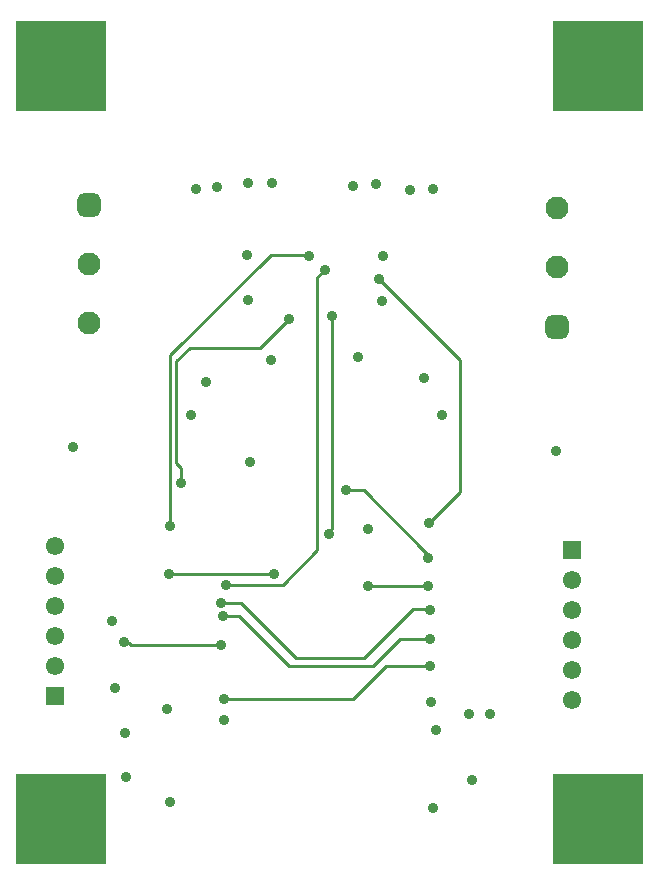
<source format=gbl>
G04*
G04 #@! TF.GenerationSoftware,Altium Limited,Altium Designer,24.9.1 (31)*
G04*
G04 Layer_Physical_Order=4*
G04 Layer_Color=16711680*
%FSLAX44Y44*%
%MOMM*%
G71*
G04*
G04 #@! TF.SameCoordinates,B23FE003-D99D-4249-9A33-D1736BEC5A34*
G04*
G04*
G04 #@! TF.FilePolarity,Positive*
G04*
G01*
G75*
%ADD34C,0.2540*%
%ADD35R,7.6200X7.6200*%
%ADD36C,1.9500*%
G04:AMPARAMS|DCode=37|XSize=1.95mm|YSize=1.95mm|CornerRadius=0.4875mm|HoleSize=0mm|Usage=FLASHONLY|Rotation=270.000|XOffset=0mm|YOffset=0mm|HoleType=Round|Shape=RoundedRectangle|*
%AMROUNDEDRECTD37*
21,1,1.9500,0.9750,0,0,270.0*
21,1,0.9750,1.9500,0,0,270.0*
1,1,0.9750,-0.4875,-0.4875*
1,1,0.9750,-0.4875,0.4875*
1,1,0.9750,0.4875,0.4875*
1,1,0.9750,0.4875,-0.4875*
%
%ADD37ROUNDEDRECTD37*%
%ADD38R,1.5500X1.5500*%
%ADD39C,1.5500*%
%ADD40C,0.8890*%
D34*
X223520Y212090D02*
X237490D01*
X222250D02*
X223520D01*
X195580Y439420D02*
X255270D01*
X279550Y463700D01*
X361950Y170180D02*
X398780D01*
X334010Y142240D02*
X361950Y170180D01*
X373380Y193040D02*
X398780D01*
X398780Y193040D01*
X397565Y218385D02*
X398780Y217170D01*
X394117Y218440D02*
X394172Y218385D01*
X397565D01*
X384810Y218440D02*
X394117D01*
X342900Y176530D02*
X384810Y218440D01*
X346710Y237490D02*
X397510D01*
X395483Y265365D02*
X397510Y263338D01*
Y261620D02*
Y263338D01*
X395483Y265365D02*
Y266187D01*
X342900Y318770D02*
X395483Y266187D01*
X177800Y247650D02*
X266700D01*
X224790Y142240D02*
X334010D01*
X237490Y212090D02*
X279400Y170180D01*
X350520D01*
X373380Y193040D01*
X224790Y223520D02*
X238760D01*
X285750Y176530D01*
X342900D01*
X327660Y318770D02*
X342900D01*
X140915Y189285D02*
X144352D01*
X145677Y187960D02*
X222224D01*
X139700Y190500D02*
X140915Y189285D01*
X144352D02*
X145677Y187960D01*
X398145Y291465D02*
X424180Y317500D01*
Y429260D01*
X355600Y497840D02*
X424180Y429260D01*
X313690Y281940D02*
Y283658D01*
X316230Y286198D02*
Y466398D01*
X313690Y283658D02*
X316230Y286198D01*
X226060Y238760D02*
X274320D01*
X303530Y267970D01*
Y499110D01*
X309880Y505460D01*
X187960Y325120D02*
Y337820D01*
X184150Y341630D02*
Y427990D01*
Y341630D02*
X187960Y337820D01*
X184150Y427990D02*
X195580Y439420D01*
X179070Y289122D02*
Y433070D01*
X264160Y518160D01*
X295910D01*
D35*
X86360Y678180D02*
D03*
Y40640D02*
D03*
X541020Y678180D02*
D03*
X541020Y40640D02*
D03*
D36*
X110570Y460543D02*
D03*
X110570Y510542D02*
D03*
X506730Y557530D02*
D03*
X506730Y507530D02*
D03*
D37*
X110570Y560542D02*
D03*
X506730Y457530D02*
D03*
D38*
X81280Y144780D02*
D03*
X519430Y267970D02*
D03*
D39*
X81280Y170180D02*
D03*
Y195580D02*
D03*
Y220980D02*
D03*
Y246380D02*
D03*
Y271780D02*
D03*
X519430Y242570D02*
D03*
Y217170D02*
D03*
Y191770D02*
D03*
Y166370D02*
D03*
Y140970D02*
D03*
D40*
X403860Y115570D02*
D03*
X132080Y151130D02*
D03*
X408940Y382270D02*
D03*
X346710Y285750D02*
D03*
X398780Y170180D02*
D03*
Y193040D02*
D03*
Y217170D02*
D03*
X397510Y237490D02*
D03*
Y261620D02*
D03*
X346710Y237490D02*
D03*
X266700Y247650D02*
D03*
X177800D02*
D03*
X223520Y212090D02*
D03*
X222250Y223520D02*
D03*
X224790Y142240D02*
D03*
X327660Y318770D02*
D03*
X337820Y431800D02*
D03*
X264160Y429260D02*
D03*
X400050Y139700D02*
D03*
X224790Y124460D02*
D03*
X296237Y517610D02*
D03*
X279400Y463550D02*
D03*
X222224Y187960D02*
D03*
X139700Y190500D02*
D03*
X398145Y291465D02*
D03*
X355600Y497840D02*
D03*
X316230Y466398D02*
D03*
X313690Y281940D02*
D03*
X226060Y238760D02*
D03*
X309880Y505460D02*
D03*
X187960Y325120D02*
D03*
X179070Y288290D02*
D03*
X129540Y208280D02*
D03*
X431800Y129540D02*
D03*
X449580D02*
D03*
X401320Y49530D02*
D03*
X179070Y54610D02*
D03*
X141654Y76008D02*
D03*
X140970Y113030D02*
D03*
X176530Y133350D02*
D03*
X434340Y73660D02*
D03*
X246380Y342900D02*
D03*
X96520Y355600D02*
D03*
X505460Y351790D02*
D03*
X393700Y414020D02*
D03*
X196850Y382270D02*
D03*
X209550Y410210D02*
D03*
X382270Y572770D02*
D03*
X358140Y478790D02*
D03*
X359410Y516890D02*
D03*
X245110Y480060D02*
D03*
X243840Y518160D02*
D03*
X401320Y574040D02*
D03*
X353060Y577850D02*
D03*
X334010Y576580D02*
D03*
X265430Y579120D02*
D03*
X245110D02*
D03*
X218440Y575310D02*
D03*
X200660Y574040D02*
D03*
M02*

</source>
